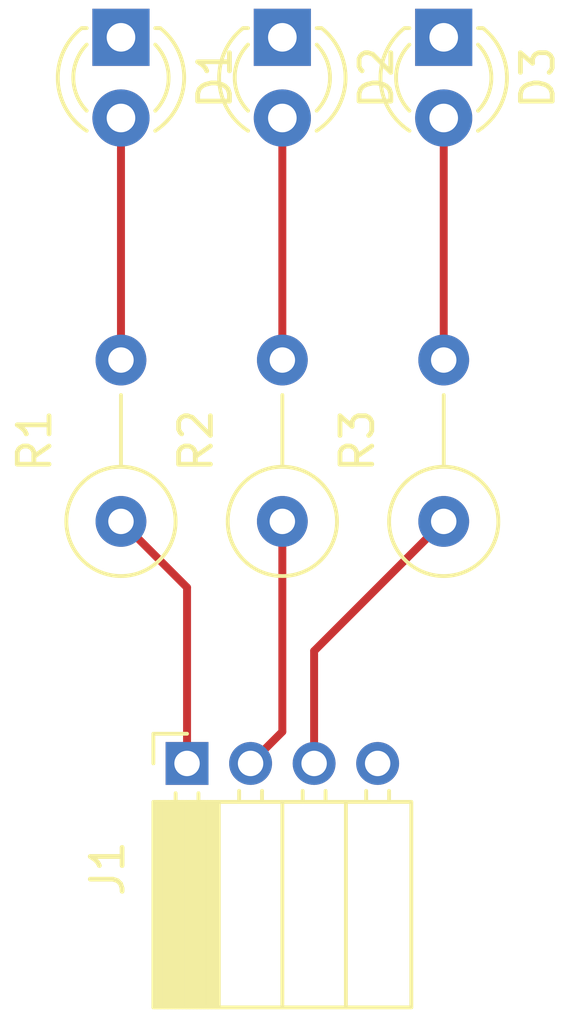
<source format=kicad_pcb>
(kicad_pcb (version 20221018) (generator pcbnew)
  (layers (0 "F.Cu" signal) (31 "B.Cu" signal) (34 "B.Paste" user) (35 "F.Paste" user) (36 "B.SilkS" user "B.Silkscreen") (37 "F.SilkS" user "F.Silkscreen") (38 "B.Mask" user) (39 "F.Mask" user) (44 "Edge.Cuts" user))
  (net 0 "")
  (net 1 "Net-(D1-K)")
  (net 2 "Net-(D1-A)")
  (net 3 "Net-(D2-A)")
  (net 4 "Net-(D3-A)")
  (net 5 "Net-(J1-Pin_1)")
  (net 6 "Net-(J1-Pin_2)")
  (net 7 "Net-(J1-Pin_3)")
  (footprint "Connector_PinSocket_2.00mm:PinSocket_1x04_P2.00mm_Horizontal" (layer "F.Cu") (at 144.32 96.52 90)
    (fp_text reference "J1" (at -3.31 -2.5 90) (layer "F.SilkS"))
    (fp_text value "Conn_01x04")
    (fp_line (start -7.68 -1.06) (end -7.68 7.06) (stroke (width 0.12)) (layer "F.SilkS"))
    (fp_line (start -7.68 -1.06) (end -1.21 -1.06) (stroke (width 0.12)) (layer "F.SilkS"))
    (fp_line (start -7.68 -0.94) (end -1.21 -0.94) (stroke (width 0.12)) (layer "F.SilkS"))
    (fp_line (start -7.68 -0.825882) (end -1.21 -0.825882) (stroke (width 0.12)) (layer "F.SilkS"))
    (fp_line (start -7.68 -0.711764) (end -1.21 -0.711764) (stroke (width 0.12)) (layer "F.SilkS"))
    (fp_line (start -7.68 -0.597646) (end -1.21 -0.597646) (stroke (width 0.12)) (layer "F.SilkS"))
    (fp_line (start -7.68 -0.483528) (end -1.21 -0.483528) (stroke (width 0.12)) (layer "F.SilkS"))
    (fp_line (start -7.68 -0.36941) (end -1.21 -0.36941) (stroke (width 0.12)) (layer "F.SilkS"))
    (fp_line (start -7.68 -0.255292) (end -1.21 -0.255292) (stroke (width 0.12)) (layer "F.SilkS"))
    (fp_line (start -7.68 -0.141174) (end -1.21 -0.141174) (stroke (width 0.12)) (layer "F.SilkS"))
    (fp_line (start -7.68 -0.027056) (end -1.21 -0.027056) (stroke (width 0.12)) (layer "F.SilkS"))
    (fp_line (start -7.68 0.087062) (end -1.21 0.087062) (stroke (width 0.12)) (layer "F.SilkS"))
    (fp_line (start -7.68 0.20118) (end -1.21 0.20118) (stroke (width 0.12)) (layer "F.SilkS"))
    (fp_line (start -7.68 0.315298) (end -1.21 0.315298) (stroke (width 0.12)) (layer "F.SilkS"))
    (fp_line (start -7.68 0.429416) (end -1.21 0.429416) (stroke (width 0.12)) (layer "F.SilkS"))
    (fp_line (start -7.68 0.543534) (end -1.21 0.543534) (stroke (width 0.12)) (layer "F.SilkS"))
    (fp_line (start -7.68 0.657652) (end -1.21 0.657652) (stroke (width 0.12)) (layer "F.SilkS"))
    (fp_line (start -7.68 0.77177) (end -1.21 0.77177) (stroke (width 0.12)) (layer "F.SilkS"))
    (fp_line (start -7.68 0.885888) (end -1.21 0.885888) (stroke (width 0.12)) (layer "F.SilkS"))
    (fp_line (start -7.68 1) (end -1.21 1) (stroke (width 0.12)) (layer "F.SilkS"))
    (fp_line (start -7.68 3) (end -1.21 3) (stroke (width 0.12)) (layer "F.SilkS"))
    (fp_line (start -7.68 5) (end -1.21 5) (stroke (width 0.12)) (layer "F.SilkS"))
    (fp_line (start -7.68 7.06) (end -1.21 7.06) (stroke (width 0.12)) (layer "F.SilkS"))
    (fp_line (start -1.21 -1.06) (end -1.21 7.06) (stroke (width 0.12)) (layer "F.SilkS"))
    (fp_line (start -1.21 -0.36) (end -0.935 -0.36) (stroke (width 0.12)) (layer "F.SilkS"))
    (fp_line (start -1.21 0.36) (end -0.935 0.36) (stroke (width 0.12)) (layer "F.SilkS"))
    (fp_line (start -1.21 1.64) (end -0.862917 1.64) (stroke (width 0.12)) (layer "F.SilkS"))
    (fp_line (start -1.21 2.36) (end -0.862917 2.36) (stroke (width 0.12)) (layer "F.SilkS"))
    (fp_line (start -1.21 3.64) (end -0.862917 3.64) (stroke (width 0.12)) (layer "F.SilkS"))
    (fp_line (start -1.21 4.36) (end -0.862917 4.36) (stroke (width 0.12)) (layer "F.SilkS"))
    (fp_line (start -1.21 5.64) (end -0.862917 5.64) (stroke (width 0.12)) (layer "F.SilkS"))
    (fp_line (start -1.21 6.36) (end -0.862917 6.36) (stroke (width 0.12)) (layer "F.SilkS"))
    (fp_line (start 0 -1.06) (end 0.935 -1.06) (stroke (width 0.12)) (layer "F.SilkS"))
    (fp_line (start 0.935 -1.06) (end 0.935 0) (stroke (width 0.12)) (layer "F.SilkS"))
    (pad "1" thru_hole rect (at 0 0 90) (size 1.35 1.35) (drill 0.8) (layers "*.Cu" "*.Mask") (net 5 "Net-(J1-Pin_1)"))
    (pad "2" thru_hole oval (at 0 2 90) (size 1.35 1.35) (drill 0.8) (layers "*.Cu" "*.Mask") (net 6 "Net-(J1-Pin_2)"))
    (pad "3" thru_hole oval (at 0 4 90) (size 1.35 1.35) (drill 0.8) (layers "*.Cu" "*.Mask") (net 7 "Net-(J1-Pin_3)"))
    (pad "4" thru_hole oval (at 0 6 90) (size 1.35 1.35) (drill 0.8) (layers "*.Cu" "*.Mask") (net 1 "Net-(D1-K)"))
  )
  (footprint "LED_THT:LED_D3.0mm_Clear" (layer "F.Cu") (at 142.24 73.66 -90)
    (fp_text reference "D1" (at 1.27 -2.96 90) (layer "F.SilkS"))
    (fp_text value "LED")
    (fp_line (start -0.29 -1.236) (end -0.29 -1.08) (stroke (width 0.12)) (layer "F.SilkS"))
    (fp_line (start -0.29 1.08) (end -0.29 1.236) (stroke (width 0.12)) (layer "F.SilkS"))
    (fp_arc (start -0.29 -1.235516) (mid 1.366487 -1.987659) (end 2.942335 -1.078608) (stroke (width 0.12)) (layer "F.SilkS"))
    (fp_arc (start 0.229039 -1.08) (mid 1.270117 -1.5) (end 2.31113 -1.079837) (stroke (width 0.12)) (layer "F.SilkS"))
    (fp_arc (start 2.31113 1.079837) (mid 1.270117 1.5) (end 0.229039 1.08) (stroke (width 0.12)) (layer "F.SilkS"))
    (fp_arc (start 2.942335 1.078608) (mid 1.366487 1.987659) (end -0.29 1.235516) (stroke (width 0.12)) (layer "F.SilkS"))
    (pad "1" thru_hole rect (at 0 0 270) (size 1.8 1.8) (drill 0.9) (layers "*.Cu" "*.Mask") (net 1 "Net-(D1-K)"))
    (pad "2" thru_hole circle (at 2.54 0 270) (size 1.8 1.8) (drill 0.9) (layers "*.Cu" "*.Mask") (net 2 "Net-(D1-A)"))
  )
  (footprint "LED_THT:LED_D3.0mm_Clear" (layer "F.Cu") (at 152.4 73.66 -90)
    (fp_text reference "D3" (at 1.27 -2.96 90) (layer "F.SilkS"))
    (fp_text value "LED")
    (fp_line (start -0.29 -1.236) (end -0.29 -1.08) (stroke (width 0.12)) (layer "F.SilkS"))
    (fp_line (start -0.29 1.08) (end -0.29 1.236) (stroke (width 0.12)) (layer "F.SilkS"))
    (fp_arc (start -0.29 -1.235516) (mid 1.366487 -1.987659) (end 2.942335 -1.078608) (stroke (width 0.12)) (layer "F.SilkS"))
    (fp_arc (start 0.229039 -1.08) (mid 1.270117 -1.5) (end 2.31113 -1.079837) (stroke (width 0.12)) (layer "F.SilkS"))
    (fp_arc (start 2.31113 1.079837) (mid 1.270117 1.5) (end 0.229039 1.08) (stroke (width 0.12)) (layer "F.SilkS"))
    (fp_arc (start 2.942335 1.078608) (mid 1.366487 1.987659) (end -0.29 1.235516) (stroke (width 0.12)) (layer "F.SilkS"))
    (pad "1" thru_hole rect (at 0 0 270) (size 1.8 1.8) (drill 0.9) (layers "*.Cu" "*.Mask") (net 1 "Net-(D1-K)"))
    (pad "2" thru_hole circle (at 2.54 0 270) (size 1.8 1.8) (drill 0.9) (layers "*.Cu" "*.Mask") (net 4 "Net-(D3-A)"))
  )
  (footprint "Resistor_THT:R_Axial_DIN0309_L9.0mm_D3.2mm_P5.08mm_Vertical" (layer "F.Cu") (at 147.32 88.9 90)
    (fp_text reference "R2" (at 2.54 -2.72 90) (layer "F.SilkS"))
    (fp_text value "R")
    (fp_line (start 1.72 0) (end 3.98 0) (stroke (width 0.12)) (layer "F.SilkS"))
    (fp_circle (center 0 0) (end 1.72 0) (stroke (width 0.12)) (fill none) (layer "F.SilkS"))
    (pad "1" thru_hole circle (at 0 0 90) (size 1.6 1.6) (drill 0.8) (layers "*.Cu" "*.Mask") (net 6 "Net-(J1-Pin_2)"))
    (pad "2" thru_hole oval (at 5.08 0 90) (size 1.6 1.6) (drill 0.8) (layers "*.Cu" "*.Mask") (net 3 "Net-(D2-A)"))
  )
  (footprint "LED_THT:LED_D3.0mm_Clear" (layer "F.Cu") (at 147.32 73.66 -90)
    (fp_text reference "D2" (at 1.27 -2.96 90) (layer "F.SilkS"))
    (fp_text value "LED")
    (fp_line (start -0.29 -1.236) (end -0.29 -1.08) (stroke (width 0.12)) (layer "F.SilkS"))
    (fp_line (start -0.29 1.08) (end -0.29 1.236) (stroke (width 0.12)) (layer "F.SilkS"))
    (fp_arc (start -0.29 -1.235516) (mid 1.366487 -1.987659) (end 2.942335 -1.078608) (stroke (width 0.12)) (layer "F.SilkS"))
    (fp_arc (start 0.229039 -1.08) (mid 1.270117 -1.5) (end 2.31113 -1.079837) (stroke (width 0.12)) (layer "F.SilkS"))
    (fp_arc (start 2.31113 1.079837) (mid 1.270117 1.5) (end 0.229039 1.08) (stroke (width 0.12)) (layer "F.SilkS"))
    (fp_arc (start 2.942335 1.078608) (mid 1.366487 1.987659) (end -0.29 1.235516) (stroke (width 0.12)) (layer "F.SilkS"))
    (pad "1" thru_hole rect (at 0 0 270) (size 1.8 1.8) (drill 0.9) (layers "*.Cu" "*.Mask") (net 1 "Net-(D1-K)"))
    (pad "2" thru_hole circle (at 2.54 0 270) (size 1.8 1.8) (drill 0.9) (layers "*.Cu" "*.Mask") (net 3 "Net-(D2-A)"))
  )
  (footprint "Resistor_THT:R_Axial_DIN0309_L9.0mm_D3.2mm_P5.08mm_Vertical" (layer "F.Cu") (at 142.24 88.9 90)
    (fp_text reference "R1" (at 2.54 -2.72 90) (layer "F.SilkS"))
    (fp_text value "R")
    (fp_line (start 1.72 0) (end 3.98 0) (stroke (width 0.12)) (layer "F.SilkS"))
    (fp_circle (center 0 0) (end 1.72 0) (stroke (width 0.12)) (fill none) (layer "F.SilkS"))
    (pad "1" thru_hole circle (at 0 0 90) (size 1.6 1.6) (drill 0.8) (layers "*.Cu" "*.Mask") (net 5 "Net-(J1-Pin_1)"))
    (pad "2" thru_hole oval (at 5.08 0 90) (size 1.6 1.6) (drill 0.8) (layers "*.Cu" "*.Mask") (net 2 "Net-(D1-A)"))
  )
  (footprint "Resistor_THT:R_Axial_DIN0309_L9.0mm_D3.2mm_P5.08mm_Vertical" (layer "F.Cu") (at 152.4 88.9 90)
    (fp_text reference "R3" (at 2.54 -2.72 90) (layer "F.SilkS"))
    (fp_text value "R")
    (fp_line (start 1.72 0) (end 3.98 0) (stroke (width 0.12)) (layer "F.SilkS"))
    (fp_circle (center 0 0) (end 1.72 0) (stroke (width 0.12)) (fill none) (layer "F.SilkS"))
    (pad "1" thru_hole circle (at 0 0 90) (size 1.6 1.6) (drill 0.8) (layers "*.Cu" "*.Mask") (net 7 "Net-(J1-Pin_3)"))
    (pad "2" thru_hole oval (at 5.08 0 90) (size 1.6 1.6) (drill 0.8) (layers "*.Cu" "*.Mask") (net 4 "Net-(D3-A)"))
  )
  (segment (start 142.24 83.82) (end 142.24 76.2) (width 0.25) (layer "F.Cu") (net 2))
  (segment (start 147.32 83.82) (end 147.32 76.2) (width 0.25) (layer "F.Cu") (net 3))
  (segment (start 152.4 83.82) (end 152.4 76.2) (width 0.25) (layer "F.Cu") (net 4))
  (segment (start 144.32 96.52) (end 144.32 90.98) (width 0.25) (layer "F.Cu") (net 5))
  (segment (start 144.32 90.98) (end 142.24 88.9) (width 0.25) (layer "F.Cu") (net 5))
  (segment (start 146.32 96.52) (end 147.32 95.52) (width 0.25) (layer "F.Cu") (net 6))
  (segment (start 147.32 95.52) (end 147.32 88.9) (width 0.25) (layer "F.Cu") (net 6))
  (segment (start 148.32 96.52) (end 148.32 92.98) (width 0.25) (layer "F.Cu") (net 7))
  (segment (start 148.32 92.98) (end 152.4 88.9) (width 0.25) (layer "F.Cu") (net 7))
)
</source>
